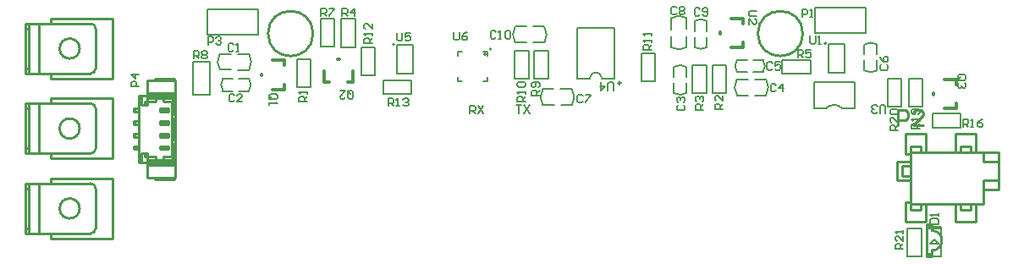
<source format=gto>
%FSLAX25Y25*%
%MOIN*%
G70*
G01*
G75*
%ADD10R,0.07874X0.07874*%
%ADD11R,0.07087X0.07087*%
%ADD12R,0.03937X0.01575*%
%ADD13R,0.03937X0.03150*%
%ADD14R,0.03150X0.03937*%
%ADD15R,0.03937X0.04724*%
%ADD16R,0.04724X0.03937*%
%ADD17R,0.05118X0.05118*%
%ADD18R,0.02362X0.00787*%
%ADD19R,0.03150X0.00787*%
%ADD20R,0.00787X0.02362*%
%ADD21R,0.00787X0.03150*%
%ADD22C,0.04724*%
%ADD23R,0.11811X0.08268*%
%ADD24R,0.05118X0.03150*%
%ADD25R,0.05118X0.03150*%
%ADD26R,0.05000X0.03600*%
%ADD27R,0.03600X0.03600*%
%ADD28R,0.03600X0.05000*%
%ADD29R,0.03600X0.03600*%
%ADD30R,0.08898X0.12402*%
%ADD31R,0.05906X0.02400*%
%ADD32R,0.05118X0.01260*%
%ADD33C,0.02756*%
%ADD34C,0.00787*%
%ADD35C,0.02362*%
%ADD36C,0.01969*%
%ADD37R,0.09252X0.06142*%
%ADD38C,0.05118*%
%ADD39R,0.05906X0.05906*%
%ADD40C,0.05906*%
%ADD41C,0.01969*%
%ADD42C,0.02756*%
%ADD43C,0.01000*%
%ADD44C,0.00600*%
%ADD45C,0.00984*%
%ADD46C,0.00500*%
%ADD47C,0.00709*%
%ADD48C,0.00591*%
%ADD49C,0.01200*%
%ADD50C,0.00492*%
D34*
X309518Y-15692D02*
G03*
X309518Y-15692I-394J0D01*
G01*
X254337Y-24962D02*
G03*
X249395Y-24962I-2471J-3706D01*
G01*
Y-35199D02*
G03*
X254337Y-35199I2471J3706D01*
G01*
X274254Y-22099D02*
G03*
X274254Y-27041I3706J-2471D01*
G01*
X284491D02*
G03*
X284491Y-22099I-3706J2471D01*
G01*
X274143Y-29910D02*
G03*
X274304Y-36147I5097J-2989D01*
G01*
X285728Y-36051D02*
G03*
X285751Y-29914I-5038J3087D01*
G01*
X254433Y-5622D02*
G03*
X248196Y-5784I-2989J-5097D01*
G01*
X248292Y-17207D02*
G03*
X254429Y-17230I3087J5038D01*
G01*
X262450Y-6912D02*
G03*
X257508Y-6912I-2471J-3706D01*
G01*
Y-17148D02*
G03*
X262450Y-17148I2471J3706D01*
G01*
X70496Y-19866D02*
G03*
X70657Y-26103I5097J-2989D01*
G01*
X82081Y-26007D02*
G03*
X82103Y-19870I-5038J3087D01*
G01*
X71792Y-29490D02*
G03*
X71792Y-34432I3706J-2471D01*
G01*
X82029D02*
G03*
X82029Y-29490I-3706J2471D01*
G01*
X198458Y-15284D02*
G03*
X198297Y-9047I-5097J2989D01*
G01*
X186873Y-9144D02*
G03*
X186851Y-15280I5038J-3087D01*
G01*
X209347Y-39934D02*
G03*
X209186Y-33697I-5097J2989D01*
G01*
X197763Y-33794D02*
G03*
X197740Y-39930I5038J-3087D01*
G01*
X177520Y-17992D02*
G03*
X177520Y-17992I-394J0D01*
G01*
X139395Y-16136D02*
G03*
X139395Y-16136I-394J0D01*
G01*
X315493Y-41137D02*
G03*
X309489Y-41137I-3002J-3002D01*
G01*
X324474Y-26344D02*
G03*
X329415Y-26344I2471J3706D01*
G01*
Y-16108D02*
G03*
X324474Y-16108I-2471J-3706D01*
G01*
X339124Y-40728D02*
Y-29704D01*
X333612D02*
X339124D01*
X333612Y-40728D02*
Y-29704D01*
Y-40728D02*
X339124D01*
X249395Y-28899D02*
Y-24962D01*
X254337Y-28899D02*
Y-24962D01*
X249395Y-35199D02*
Y-31262D01*
X254337Y-35199D02*
Y-31262D01*
X262252Y-35392D02*
Y-24369D01*
X256740D02*
X262252D01*
X256740Y-35392D02*
Y-24369D01*
Y-35392D02*
X262252D01*
X270000Y-35394D02*
Y-24370D01*
X264488D02*
X270000D01*
X264488Y-35394D02*
Y-24370D01*
Y-35394D02*
X270000D01*
X274254Y-27041D02*
X278191D01*
X274254Y-22099D02*
X278191D01*
X280554Y-27041D02*
X284491D01*
X280554Y-22099D02*
X284491D01*
X257508Y-10849D02*
Y-6912D01*
X262450Y-10849D02*
Y-6912D01*
X257508Y-17148D02*
Y-13211D01*
X262450Y-17148D02*
Y-13211D01*
X71792Y-34432D02*
X75729D01*
X71792Y-29490D02*
X75729D01*
X78092Y-34432D02*
X82029D01*
X78092Y-29490D02*
X82029D01*
X186806Y-29495D02*
Y-18471D01*
Y-29495D02*
X192317D01*
Y-18471D01*
X186806D02*
X192317D01*
X194426Y-29495D02*
Y-18471D01*
Y-29495D02*
X199937D01*
Y-18471D01*
X194426D02*
X199937D01*
X59912Y-35783D02*
X66644D01*
Y-22791D01*
X59912D02*
X66644D01*
X59912Y-35783D02*
Y-22791D01*
X100884Y-33072D02*
Y-22048D01*
Y-33072D02*
X106396D01*
Y-22048D01*
X100884D02*
X106396D01*
X110299Y-17027D02*
Y-6004D01*
Y-17027D02*
X115811D01*
Y-6004D01*
X110299D02*
X115811D01*
X118349Y-17107D02*
Y-6084D01*
Y-17107D02*
X123861D01*
Y-6084D01*
X118349D02*
X123861D01*
X131751Y-28182D02*
Y-17158D01*
X126239D02*
X131751D01*
X126239Y-28182D02*
Y-17158D01*
Y-28182D02*
X131751D01*
X135115Y-30224D02*
X146138D01*
X135115Y-35736D02*
Y-30224D01*
Y-35736D02*
X146138D01*
Y-30224D01*
X242016Y-30492D02*
Y-19468D01*
X236504D02*
X242016D01*
X236504Y-30492D02*
Y-19468D01*
Y-30492D02*
X242016D01*
X292148Y-22154D02*
X303172D01*
X292148Y-27666D02*
Y-22154D01*
Y-27666D02*
X303172D01*
Y-22154D01*
X320554Y-41137D02*
Y-31018D01*
X304806Y-41137D02*
Y-31018D01*
X320554D01*
X315493Y-41137D02*
X320554D01*
X304806D02*
X309489D01*
X351296Y-43354D02*
X362320D01*
X351296Y-48866D02*
Y-43354D01*
Y-48866D02*
X362320D01*
Y-43354D01*
X347479Y-40728D02*
Y-29704D01*
X341968D02*
X347479D01*
X341968Y-40728D02*
Y-29704D01*
Y-40728D02*
X347479D01*
X346936Y-99522D02*
Y-88498D01*
X341424D02*
X346936D01*
X341424Y-99522D02*
Y-88498D01*
Y-99522D02*
X346936D01*
X349197Y-99555D02*
Y-88571D01*
Y-99555D02*
X354709D01*
Y-88571D01*
X349197Y-87902D02*
X354079D01*
X349197Y-88571D02*
X354709D01*
X354079Y-87902D02*
X354669D01*
X354709Y-87941D01*
Y-88571D02*
Y-87941D01*
X349197Y-90107D02*
Y-87902D01*
X329415Y-26344D02*
Y-22407D01*
X324474Y-26344D02*
Y-22407D01*
X329415Y-20045D02*
Y-16108D01*
X324474Y-20045D02*
Y-16108D01*
X304950Y-11610D02*
Y-1610D01*
X324950D01*
Y-11610D02*
Y-1610D01*
X304950Y-11610D02*
X324950D01*
X65510Y-12230D02*
Y-2230D01*
X85510D01*
Y-12230D02*
Y-2230D01*
X65510Y-12230D02*
X85510D01*
D43*
X350984Y-97244D02*
G03*
X350984Y-89370I0J3937D01*
G01*
X300190Y-11812D02*
G03*
X300190Y-11812I-8858J0D01*
G01*
X107276D02*
G03*
X107276Y-11812I-8858J0D01*
G01*
X19685Y-90551D02*
G03*
X21654Y-88583I0J1969D01*
G01*
X15354Y-80709D02*
G03*
X15354Y-80709I-3937J0D01*
G01*
X21654Y-72835D02*
G03*
X19685Y-70866I-1969J0D01*
G01*
X15354Y-49213D02*
G03*
X15354Y-49213I-3937J0D01*
G01*
X19685Y-59055D02*
G03*
X21654Y-57087I0J1969D01*
G01*
Y-41339D02*
G03*
X19685Y-39370I-1969J0D01*
G01*
Y-27559D02*
G03*
X21654Y-25591I0J1969D01*
G01*
Y-9843D02*
G03*
X19685Y-7874I-1969J0D01*
G01*
X15354Y-17717D02*
G03*
X15354Y-17717I-3937J0D01*
G01*
X49803Y-52106D02*
Y-51634D01*
Y-52106D02*
X50295Y-52500D01*
X49803Y-51634D02*
X50295Y-51240D01*
X47441Y-52106D02*
Y-51634D01*
X47146Y-52500D02*
X47441Y-52106D01*
X47146Y-51240D02*
X47441Y-51634D01*
X47146Y-52500D02*
Y-51240D01*
X50295Y-52500D02*
Y-51240D01*
X47146Y-52500D02*
X50295D01*
X47441Y-52106D02*
X49803D01*
X47146Y-51240D02*
X50295D01*
X47441Y-51634D02*
X49803D01*
Y-57028D02*
Y-56555D01*
Y-57028D02*
X50295Y-57421D01*
X47441Y-57028D02*
Y-56555D01*
Y-57028D02*
X49803D01*
Y-56555D02*
X50295Y-56161D01*
X47146Y-57421D02*
X47441Y-57028D01*
X47146Y-56161D02*
X47441Y-56555D01*
X47146Y-57421D02*
Y-56161D01*
X50295Y-57421D02*
Y-56161D01*
X47441Y-56555D02*
X49803D01*
X47146Y-57421D02*
X50295D01*
X47146Y-56161D02*
X50295D01*
X52362Y-69390D02*
X53150Y-68602D01*
X44488D02*
X45276Y-69390D01*
X52362D01*
X42126Y-68602D02*
X53150D01*
X39764Y-58957D02*
X42126D01*
X40945Y-60335D02*
Y-58957D01*
X51575Y-60335D02*
X52756Y-61516D01*
X48425Y-60335D02*
X51575D01*
X45472Y-61516D02*
Y-60335D01*
X40945D02*
X45472D01*
X48425Y-61516D02*
Y-60335D01*
X42126Y-63484D02*
X53150D01*
X42126Y-68602D02*
Y-58957D01*
Y-61516D02*
X52756D01*
X39764Y-62697D02*
Y-58957D01*
X38583Y-62697D02*
X53150D01*
X52756Y-61516D02*
Y-55118D01*
X51575D02*
X53150D01*
X51575Y-53543D02*
X53150D01*
X49803Y-46713D02*
X50295Y-46319D01*
X49803Y-47185D02*
Y-46713D01*
Y-47185D02*
X50295Y-47579D01*
X47441Y-46713D02*
X49803D01*
X47441Y-47185D02*
Y-46713D01*
X47146Y-47579D02*
Y-46319D01*
X50295D01*
Y-47579D02*
Y-46319D01*
X47146Y-47579D02*
X50295D01*
X47441Y-47185D02*
X49803D01*
X47146Y-47579D02*
X47441Y-47185D01*
X47146Y-46319D02*
X47441Y-46713D01*
X49803Y-42264D02*
Y-41791D01*
X50295Y-41398D01*
X47441Y-42264D02*
Y-41791D01*
X49803Y-42264D02*
X50295Y-42658D01*
X47146D02*
X47441Y-42264D01*
X49803D01*
X47146Y-42658D02*
Y-41398D01*
X47441Y-41791D02*
X49803D01*
X50295Y-42658D02*
Y-41398D01*
X47146D02*
X47441Y-41791D01*
X47146Y-42658D02*
X50295D01*
X47146Y-41398D02*
X50295D01*
X51575Y-45276D02*
X53150D01*
X52756Y-53543D02*
Y-45276D01*
X51575Y-43701D02*
X53150D01*
X51575Y-60335D02*
Y-38484D01*
X52756Y-37303D01*
Y-43701D02*
Y-37303D01*
X48425Y-38484D02*
Y-37303D01*
Y-38484D02*
X51575D01*
X45472D02*
Y-37303D01*
X39764Y-39862D02*
X42126D01*
X40945D02*
Y-38484D01*
X45472D01*
X39764Y-39862D02*
Y-36122D01*
X42126Y-37303D02*
X52756D01*
X52362Y-29429D02*
X53150Y-30217D01*
X44488D02*
X45276Y-29429D01*
X52362D01*
X42126Y-30217D02*
X53150D01*
X42126Y-35335D02*
X53150D01*
X42126Y-39862D02*
Y-30217D01*
X38583Y-36122D02*
X53150D01*
X36614Y-57421D02*
Y-56161D01*
X37008Y-57421D02*
Y-56161D01*
X36614Y-57421D02*
X38583D01*
X36614Y-56161D02*
X38583D01*
X36614Y-52500D02*
X38583D01*
X36614D02*
Y-51240D01*
X37008Y-52500D02*
Y-51240D01*
X36614D02*
X38583D01*
X36614Y-42658D02*
Y-41398D01*
X37008Y-42658D02*
Y-41398D01*
X36614Y-42658D02*
X38583D01*
X36614Y-41398D02*
X38583D01*
X36614Y-47579D02*
Y-46319D01*
X37008Y-47579D02*
Y-46319D01*
X36614Y-47579D02*
X38583D01*
X53150Y-68602D02*
Y-30217D01*
X38583Y-62697D02*
Y-36122D01*
X36614Y-46319D02*
X38583D01*
X349016Y-99606D02*
X350984D01*
X349016Y-98622D02*
X350984D01*
Y-99606D02*
Y-97244D01*
X349016Y-87992D02*
X350984D01*
Y-89370D02*
Y-87008D01*
X349016D02*
X350984D01*
X349016Y-99606D02*
Y-87008D01*
X360433Y-51378D02*
X368307D01*
Y-58465D02*
Y-51378D01*
X360433Y-58465D02*
Y-51378D01*
X340748D02*
X348622D01*
Y-58465D02*
Y-51378D01*
X340748Y-59252D02*
X342717D01*
X340748D02*
Y-51378D01*
X337205Y-62402D02*
X342717D01*
X339173Y-63976D02*
X342717D01*
X339173Y-67913D02*
Y-63976D01*
X337205Y-69488D02*
Y-62402D01*
Y-69488D02*
X342717D01*
X339173Y-67913D02*
X342717D01*
X360433Y-86024D02*
X368307D01*
Y-78937D01*
X360433Y-86024D02*
Y-78937D01*
X340748Y-78150D02*
X342717D01*
X340748Y-86024D02*
X348622D01*
Y-78937D01*
X340748Y-86024D02*
Y-78150D01*
X366339Y-81142D02*
Y-78937D01*
X362402Y-81142D02*
Y-78937D01*
Y-81142D02*
X366339D01*
X346654D02*
Y-78937D01*
X342717Y-81142D02*
X346654D01*
X366339Y-58465D02*
Y-56260D01*
X362402D02*
X366339D01*
X362402Y-58465D02*
Y-56260D01*
X346654Y-58465D02*
Y-56260D01*
X342717D02*
X346654D01*
X371457Y-78937D02*
Y-69601D01*
Y-62289D02*
Y-58465D01*
X342717Y-81142D02*
Y-56260D01*
Y-78937D02*
X371457D01*
X342717Y-58465D02*
X371457D01*
X-5906Y-72835D02*
X-4724D01*
X-5906Y-88583D02*
X-4724D01*
X-5906Y-90551D02*
Y-70866D01*
X-4724Y-90551D02*
Y-70866D01*
X-787Y-90551D02*
Y-70866D01*
X3937Y-92520D02*
Y-90551D01*
X-5906D02*
X19685D01*
X3937Y-92520D02*
X28422D01*
X3937Y-70866D02*
Y-68898D01*
X21654Y-88583D02*
Y-72835D01*
X-5906Y-70866D02*
X19685D01*
X28422Y-92520D02*
Y-68898D01*
X3937D02*
X28422D01*
X-5906Y-57087D02*
X-4724D01*
X-5906Y-59055D02*
Y-39370D01*
Y-41339D02*
X-4724D01*
Y-59055D02*
Y-39370D01*
X-787Y-59055D02*
Y-39370D01*
X-5906Y-59055D02*
X19685D01*
X21654Y-57087D02*
Y-41339D01*
X-5906Y-39370D02*
X19685D01*
X3937D02*
Y-37402D01*
Y-61024D02*
Y-59055D01*
Y-61024D02*
X28422D01*
Y-37402D01*
X3937D02*
X28422D01*
X3937Y-7874D02*
Y-5906D01*
Y-29528D02*
Y-27559D01*
X-5906Y-25591D02*
X-4724D01*
X-5906Y-9843D02*
X-4724D01*
X-5906Y-27559D02*
Y-7874D01*
X-4724Y-27559D02*
Y-7874D01*
X-787Y-27559D02*
Y-7874D01*
X-5906Y-27559D02*
X19685D01*
X-5906Y-7874D02*
X19685D01*
X21654Y-25591D02*
Y-9843D01*
X3937Y-29528D02*
X28422D01*
Y-5906D01*
X3937D02*
X28422D01*
X371457Y-62289D02*
X377362D01*
X371457Y-69601D02*
X377362D01*
X371457Y-73228D02*
X377362D01*
X371457Y-58662D02*
X377362D01*
Y-73228D02*
Y-58662D01*
X337699Y-48034D02*
Y-42036D01*
X340698D01*
X341697Y-43035D01*
Y-45035D01*
X340698Y-46034D01*
X337699D01*
X347695Y-48034D02*
X343697D01*
X347695Y-44035D01*
Y-43035D01*
X346696Y-42036D01*
X344696D01*
X343697Y-43035D01*
D44*
X175394Y-19882D02*
G03*
X175394Y-19882I-394J0D01*
G01*
D45*
X228474Y-31260D02*
G03*
X228474Y-31260I-492J0D01*
G01*
D46*
X220951Y-29106D02*
G03*
X216451Y-29106I-2250J-248D01*
G01*
D47*
X310475Y-27294D02*
X316774D01*
Y-15877D01*
X310475Y-27294D02*
Y-15877D01*
X316774D01*
X274201Y-29878D02*
X278573D01*
X281329D02*
X285751D01*
X281379Y-36151D02*
X285701D01*
X274301Y-36128D02*
X278673D01*
X254465Y-10052D02*
Y-5680D01*
Y-17230D02*
Y-12808D01*
X248193Y-17180D02*
Y-12858D01*
X248215Y-10152D02*
Y-5780D01*
X70553Y-19834D02*
X74925D01*
X77681D02*
X82103D01*
X77731Y-26107D02*
X82053D01*
X70653Y-26084D02*
X75025D01*
X194029Y-15316D02*
X198401D01*
X186851D02*
X191273D01*
X186901Y-9044D02*
X191223D01*
X193929Y-9066D02*
X198301D01*
X204918Y-39966D02*
X209290D01*
X197740D02*
X202162D01*
X197790Y-33694D02*
X202112D01*
X204818Y-33716D02*
X209190D01*
X140351Y-27739D02*
X146651D01*
Y-16321D01*
X140351Y-27739D02*
Y-16321D01*
X146651D01*
D48*
X164213Y-18858D02*
X165866D01*
X164213Y-20512D02*
Y-18858D01*
Y-30669D02*
X165866D01*
X164213D02*
Y-29016D01*
X174370Y-30669D02*
X176024D01*
Y-29016D01*
Y-20512D02*
Y-18858D01*
X174331D02*
X176024D01*
X211451Y-9606D02*
X225951D01*
X211451Y-29606D02*
Y-9606D01*
Y-29606D02*
X216451D01*
X220951D02*
X225951D01*
Y-9606D01*
X351953Y-92863D02*
X351953D01*
X353646Y-94555D01*
X350221D02*
X353646D01*
X350221D02*
X351913Y-92863D01*
X162799Y-11185D02*
Y-13809D01*
X163323Y-14334D01*
X164373D01*
X164898Y-13809D01*
Y-11185D01*
X168046D02*
X166997Y-11710D01*
X165947Y-12760D01*
Y-13809D01*
X166472Y-14334D01*
X167522D01*
X168046Y-13809D01*
Y-13284D01*
X167522Y-12760D01*
X165947D01*
X140354Y-11576D02*
Y-14200D01*
X140879Y-14724D01*
X141929D01*
X142453Y-14200D01*
Y-11576D01*
X145602D02*
X143503D01*
Y-13150D01*
X144552Y-12625D01*
X145077D01*
X145602Y-13150D01*
Y-14200D01*
X145077Y-14724D01*
X144028D01*
X143503Y-14200D01*
X225512Y-34133D02*
Y-31509D01*
X224987Y-30984D01*
X223938D01*
X223413Y-31509D01*
Y-34133D01*
X220789Y-30984D02*
Y-34133D01*
X222363Y-32559D01*
X220264D01*
X332638Y-43109D02*
Y-40485D01*
X332113Y-39961D01*
X331064D01*
X330539Y-40485D01*
Y-43109D01*
X329489Y-42584D02*
X328964Y-43109D01*
X327915D01*
X327390Y-42584D01*
Y-42060D01*
X327915Y-41535D01*
X328440D01*
X327915D01*
X327390Y-41010D01*
Y-40485D01*
X327915Y-39961D01*
X328964D01*
X329489Y-40485D01*
X281967Y-2874D02*
X279344D01*
X278819Y-3399D01*
Y-4448D01*
X279344Y-4973D01*
X281967D01*
X278819Y-8122D02*
Y-6023D01*
X280918Y-8122D01*
X281443D01*
X281967Y-7597D01*
Y-6547D01*
X281443Y-6023D01*
X303110Y-12718D02*
Y-15341D01*
X303635Y-15866D01*
X304684D01*
X305209Y-15341D01*
Y-12718D01*
X306259Y-15866D02*
X307308D01*
X306784D01*
Y-12718D01*
X306259Y-13242D01*
X339803Y-96732D02*
X336655D01*
Y-95158D01*
X337179Y-94633D01*
X338229D01*
X338754Y-95158D01*
Y-96732D01*
Y-95683D02*
X339803Y-94633D01*
Y-91485D02*
Y-93584D01*
X337704Y-91485D01*
X337179D01*
X336655Y-92009D01*
Y-93059D01*
X337179Y-93584D01*
X339803Y-90435D02*
Y-89386D01*
Y-89910D01*
X336655D01*
X337179Y-90435D01*
X337677Y-50039D02*
X334529D01*
Y-48465D01*
X335053Y-47940D01*
X336103D01*
X336628Y-48465D01*
Y-50039D01*
Y-48990D02*
X337677Y-47940D01*
Y-44792D02*
Y-46891D01*
X335578Y-44792D01*
X335053D01*
X334529Y-45316D01*
Y-46366D01*
X335053Y-46891D01*
Y-43742D02*
X334529Y-43217D01*
Y-42168D01*
X335053Y-41643D01*
X337152D01*
X337677Y-42168D01*
Y-43217D01*
X337152Y-43742D01*
X335053D01*
X346260Y-49370D02*
X343111D01*
Y-47796D01*
X343636Y-47271D01*
X344686D01*
X345210Y-47796D01*
Y-49370D01*
Y-48320D02*
X346260Y-47271D01*
Y-46222D02*
Y-45172D01*
Y-45697D01*
X343111D01*
X343636Y-46222D01*
X345735Y-43598D02*
X346260Y-43073D01*
Y-42023D01*
X345735Y-41499D01*
X343636D01*
X343111Y-42023D01*
Y-43073D01*
X343636Y-43598D01*
X344161D01*
X344686Y-43073D01*
Y-41499D01*
X363268Y-48622D02*
Y-45474D01*
X364842D01*
X365367Y-45998D01*
Y-47048D01*
X364842Y-47572D01*
X363268D01*
X364317D02*
X365367Y-48622D01*
X366416D02*
X367466D01*
X366941D01*
Y-45474D01*
X366416Y-45998D01*
X371139Y-45474D02*
X370090Y-45998D01*
X369040Y-47048D01*
Y-48097D01*
X369565Y-48622D01*
X370614D01*
X371139Y-48097D01*
Y-47572D01*
X370614Y-47048D01*
X369040D01*
X136969Y-40394D02*
Y-37245D01*
X138543D01*
X139068Y-37770D01*
Y-38819D01*
X138543Y-39344D01*
X136969D01*
X138018D02*
X139068Y-40394D01*
X140117D02*
X141167D01*
X140642D01*
Y-37245D01*
X140117Y-37770D01*
X142741D02*
X143266Y-37245D01*
X144315D01*
X144840Y-37770D01*
Y-38295D01*
X144315Y-38819D01*
X143790D01*
X144315D01*
X144840Y-39344D01*
Y-39869D01*
X144315Y-40394D01*
X143266D01*
X142741Y-39869D01*
X130591Y-15748D02*
X127442D01*
Y-14174D01*
X127967Y-13649D01*
X129016D01*
X129541Y-14174D01*
Y-15748D01*
Y-14698D02*
X130591Y-13649D01*
Y-12599D02*
Y-11550D01*
Y-12075D01*
X127442D01*
X127967Y-12599D01*
X130591Y-7877D02*
Y-9976D01*
X128491Y-7877D01*
X127967D01*
X127442Y-8401D01*
Y-9451D01*
X127967Y-9976D01*
X240622Y-18302D02*
X237473D01*
Y-16728D01*
X237998Y-16203D01*
X239047D01*
X239572Y-16728D01*
Y-18302D01*
Y-17252D02*
X240622Y-16203D01*
Y-15153D02*
Y-14104D01*
Y-14628D01*
X237473D01*
X237998Y-15153D01*
X240622Y-12529D02*
Y-11480D01*
Y-12005D01*
X237473D01*
X237998Y-12529D01*
X190905Y-38701D02*
X187757D01*
Y-37126D01*
X188282Y-36602D01*
X189331D01*
X189856Y-37126D01*
Y-38701D01*
Y-37651D02*
X190905Y-36602D01*
Y-35552D02*
Y-34503D01*
Y-35027D01*
X187757D01*
X188282Y-35552D01*
Y-32928D02*
X187757Y-32404D01*
Y-31354D01*
X188282Y-30829D01*
X190381D01*
X190905Y-31354D01*
Y-32404D01*
X190381Y-32928D01*
X188282D01*
X196496Y-36220D02*
X193348D01*
Y-34646D01*
X193872Y-34121D01*
X194922D01*
X195447Y-34646D01*
Y-36220D01*
Y-35171D02*
X196496Y-34121D01*
X195971Y-33072D02*
X196496Y-32547D01*
Y-31498D01*
X195971Y-30973D01*
X193872D01*
X193348Y-31498D01*
Y-32547D01*
X193872Y-33072D01*
X194397D01*
X194922Y-32547D01*
Y-30973D01*
X60315Y-21732D02*
Y-18584D01*
X61889D01*
X62414Y-19108D01*
Y-20158D01*
X61889Y-20683D01*
X60315D01*
X61365D02*
X62414Y-21732D01*
X63463Y-19108D02*
X63988Y-18584D01*
X65038D01*
X65563Y-19108D01*
Y-19633D01*
X65038Y-20158D01*
X65563Y-20683D01*
Y-21207D01*
X65038Y-21732D01*
X63988D01*
X63463Y-21207D01*
Y-20683D01*
X63988Y-20158D01*
X63463Y-19633D01*
Y-19108D01*
X63988Y-20158D02*
X65038D01*
X110472Y-4961D02*
Y-1812D01*
X112047D01*
X112572Y-2337D01*
Y-3386D01*
X112047Y-3911D01*
X110472D01*
X111522D02*
X112572Y-4961D01*
X113621Y-1812D02*
X115720D01*
Y-2337D01*
X113621Y-4436D01*
Y-4961D01*
X298228Y-21299D02*
Y-18151D01*
X299803D01*
X300327Y-18675D01*
Y-19725D01*
X299803Y-20250D01*
X298228D01*
X299278D02*
X300327Y-21299D01*
X303476Y-18151D02*
X301377D01*
Y-19725D01*
X302427Y-19200D01*
X302951D01*
X303476Y-19725D01*
Y-20774D01*
X302951Y-21299D01*
X301902D01*
X301377Y-20774D01*
X118780Y-5000D02*
Y-1851D01*
X120354D01*
X120879Y-2376D01*
Y-3426D01*
X120354Y-3951D01*
X118780D01*
X119829D02*
X120879Y-5000D01*
X123502D02*
Y-1851D01*
X121928Y-3426D01*
X124027D01*
X261102Y-41772D02*
X257954D01*
Y-40197D01*
X258478Y-39673D01*
X259528D01*
X260053Y-40197D01*
Y-41772D01*
Y-40722D02*
X261102Y-39673D01*
X258478Y-38623D02*
X257954Y-38098D01*
Y-37049D01*
X258478Y-36524D01*
X259003D01*
X259528Y-37049D01*
Y-37574D01*
Y-37049D01*
X260053Y-36524D01*
X260578D01*
X261102Y-37049D01*
Y-38098D01*
X260578Y-38623D01*
X268701Y-41535D02*
X265552D01*
Y-39961D01*
X266077Y-39436D01*
X267126D01*
X267651Y-39961D01*
Y-41535D01*
Y-40486D02*
X268701Y-39436D01*
Y-36288D02*
Y-38387D01*
X266602Y-36288D01*
X266077D01*
X265552Y-36812D01*
Y-37862D01*
X266077Y-38387D01*
X104882Y-38740D02*
X101733D01*
Y-37166D01*
X102258Y-36641D01*
X103308D01*
X103832Y-37166D01*
Y-38740D01*
Y-37691D02*
X104882Y-36641D01*
Y-35592D02*
Y-34542D01*
Y-35067D01*
X101733D01*
X102258Y-35592D01*
X361745Y-30091D02*
X363844D01*
X364369Y-29566D01*
Y-28517D01*
X363844Y-27992D01*
X361745D01*
X361221Y-28517D01*
Y-29566D01*
X362270Y-29042D02*
X361221Y-30091D01*
Y-29566D02*
X361745Y-30091D01*
X363844Y-31141D02*
X364369Y-31666D01*
Y-32715D01*
X363844Y-33240D01*
X363319D01*
X362795Y-32715D01*
Y-32190D01*
Y-32715D01*
X362270Y-33240D01*
X361745D01*
X361221Y-32715D01*
Y-31666D01*
X361745Y-31141D01*
X121051Y-34934D02*
Y-37033D01*
X121575Y-37558D01*
X122625D01*
X123150Y-37033D01*
Y-34934D01*
X122625Y-34409D01*
X121575D01*
X122100Y-35459D02*
X121051Y-34409D01*
X121575D02*
X121051Y-34934D01*
X117902Y-34409D02*
X120001D01*
X117902Y-36509D01*
Y-37033D01*
X118427Y-37558D01*
X119476D01*
X120001Y-37033D01*
X90564Y-37729D02*
X92663D01*
X93188Y-37204D01*
Y-36155D01*
X92663Y-35630D01*
X90564D01*
X90039Y-36155D01*
Y-37204D01*
X91089Y-36680D02*
X90039Y-37729D01*
Y-37204D02*
X90564Y-37729D01*
X90039Y-38778D02*
Y-39828D01*
Y-39303D01*
X93188D01*
X92663Y-38778D01*
X38780Y-32677D02*
X35631D01*
Y-31103D01*
X36156Y-30578D01*
X37205D01*
X37730Y-31103D01*
Y-32677D01*
X38780Y-27954D02*
X35631D01*
X37205Y-29529D01*
Y-27430D01*
X65866Y-16142D02*
Y-12993D01*
X67440D01*
X67965Y-13518D01*
Y-14567D01*
X67440Y-15092D01*
X65866D01*
X69015Y-13518D02*
X69539Y-12993D01*
X70589D01*
X71114Y-13518D01*
Y-14043D01*
X70589Y-14567D01*
X70064D01*
X70589D01*
X71114Y-15092D01*
Y-15617D01*
X70589Y-16142D01*
X69539D01*
X69015Y-15617D01*
X299882Y-5354D02*
Y-2206D01*
X301456D01*
X301981Y-2730D01*
Y-3780D01*
X301456Y-4305D01*
X299882D01*
X303030Y-5354D02*
X304080D01*
X303555D01*
Y-2206D01*
X303030Y-2730D01*
X350434Y-86772D02*
X353583D01*
Y-85197D01*
X353058Y-84673D01*
X350959D01*
X350434Y-85197D01*
Y-86772D01*
X353583Y-83623D02*
Y-82573D01*
Y-83098D01*
X350434D01*
X350959Y-83623D01*
X179343Y-11234D02*
X178818Y-10710D01*
X177769D01*
X177244Y-11234D01*
Y-13333D01*
X177769Y-13858D01*
X178818D01*
X179343Y-13333D01*
X180393Y-13858D02*
X181442D01*
X180918D01*
Y-10710D01*
X180393Y-11234D01*
X183017D02*
X183541Y-10710D01*
X184591D01*
X185116Y-11234D01*
Y-13333D01*
X184591Y-13858D01*
X183541D01*
X183017Y-13333D01*
Y-11234D01*
X259619Y-2258D02*
X259094Y-1733D01*
X258045D01*
X257520Y-2258D01*
Y-4357D01*
X258045Y-4882D01*
X259094D01*
X259619Y-4357D01*
X260668D02*
X261193Y-4882D01*
X262243D01*
X262767Y-4357D01*
Y-2258D01*
X262243Y-1733D01*
X261193D01*
X260668Y-2258D01*
Y-2783D01*
X261193Y-3308D01*
X262767D01*
X250485Y-1707D02*
X249960Y-1182D01*
X248911D01*
X248386Y-1707D01*
Y-3806D01*
X248911Y-4331D01*
X249960D01*
X250485Y-3806D01*
X251534Y-1707D02*
X252059Y-1182D01*
X253109D01*
X253633Y-1707D01*
Y-2232D01*
X253109Y-2756D01*
X253633Y-3281D01*
Y-3806D01*
X253109Y-4331D01*
X252059D01*
X251534Y-3806D01*
Y-3281D01*
X252059Y-2756D01*
X251534Y-2232D01*
Y-1707D01*
X252059Y-2756D02*
X253109D01*
X213556Y-36392D02*
X213031Y-35867D01*
X211982D01*
X211457Y-36392D01*
Y-38491D01*
X211982Y-39016D01*
X213031D01*
X213556Y-38491D01*
X214605Y-35867D02*
X216704D01*
Y-36392D01*
X214605Y-38491D01*
Y-39016D01*
X331077Y-24003D02*
X330552Y-24528D01*
Y-25578D01*
X331077Y-26102D01*
X333176D01*
X333701Y-25578D01*
Y-24528D01*
X333176Y-24003D01*
X330552Y-20855D02*
X331077Y-21904D01*
X332126Y-22954D01*
X333176D01*
X333701Y-22429D01*
Y-21380D01*
X333176Y-20855D01*
X332651D01*
X332126Y-21380D01*
Y-22954D01*
X288201Y-23479D02*
X287677Y-22954D01*
X286627D01*
X286102Y-23479D01*
Y-25578D01*
X286627Y-26102D01*
X287677D01*
X288201Y-25578D01*
X291350Y-22954D02*
X289251D01*
Y-24528D01*
X290300Y-24003D01*
X290825D01*
X291350Y-24528D01*
Y-25578D01*
X290825Y-26102D01*
X289776D01*
X289251Y-25578D01*
X289658Y-32101D02*
X289133Y-31576D01*
X288084D01*
X287559Y-32101D01*
Y-34200D01*
X288084Y-34724D01*
X289133D01*
X289658Y-34200D01*
X292282Y-34724D02*
Y-31576D01*
X290708Y-33150D01*
X292807D01*
X251077Y-39909D02*
X250552Y-40434D01*
Y-41483D01*
X251077Y-42008D01*
X253176D01*
X253701Y-41483D01*
Y-40434D01*
X253176Y-39909D01*
X251077Y-38859D02*
X250552Y-38335D01*
Y-37285D01*
X251077Y-36760D01*
X251602D01*
X252127Y-37285D01*
Y-37810D01*
Y-37285D01*
X252651Y-36760D01*
X253176D01*
X253701Y-37285D01*
Y-38335D01*
X253176Y-38859D01*
X76272Y-36116D02*
X75748Y-35592D01*
X74698D01*
X74173Y-36116D01*
Y-38215D01*
X74698Y-38740D01*
X75748D01*
X76272Y-38215D01*
X79421Y-38740D02*
X77322D01*
X79421Y-36641D01*
Y-36116D01*
X78896Y-35592D01*
X77847D01*
X77322Y-36116D01*
X75997Y-16156D02*
X75472Y-15631D01*
X74422D01*
X73898Y-16156D01*
Y-18255D01*
X74422Y-18779D01*
X75472D01*
X75997Y-18255D01*
X77046Y-18779D02*
X78096D01*
X77571D01*
Y-15631D01*
X77046Y-16156D01*
X187284Y-40080D02*
X189383D01*
X188333D01*
Y-43228D01*
X190432Y-40080D02*
X192531Y-43228D01*
Y-40080D02*
X190432Y-43228D01*
X169095Y-43347D02*
Y-40198D01*
X170669D01*
X171194Y-40723D01*
Y-41772D01*
X170669Y-42297D01*
X169095D01*
X170144D02*
X171194Y-43347D01*
X172243Y-40198D02*
X174342Y-43347D01*
Y-40198D02*
X172243Y-43347D01*
D49*
X95917Y-24392D02*
Y-22392D01*
X86917Y-28392D02*
Y-27892D01*
X95917Y-33892D02*
Y-31892D01*
X91417Y-22392D02*
X95917D01*
X91417Y-33892D02*
X95917D01*
X121108Y-30983D02*
X123108D01*
X117108Y-21983D02*
X117608D01*
X111608Y-30983D02*
X113608D01*
X123108D02*
Y-26483D01*
X111608Y-30983D02*
Y-26483D01*
X276514Y-7878D02*
Y-5878D01*
X267514Y-11878D02*
Y-11378D01*
X276514Y-17378D02*
Y-15378D01*
X272014Y-5878D02*
X276514D01*
X272014Y-17378D02*
X276514D01*
X360540Y-31788D02*
Y-29788D01*
X351540Y-35788D02*
Y-35288D01*
X360540Y-41288D02*
Y-39288D01*
X356040Y-29788D02*
X360540D01*
X356040Y-41288D02*
X360540D01*
D50*
X216451Y-29606D02*
Y-29106D01*
X220951Y-29606D02*
Y-29106D01*
M02*

</source>
